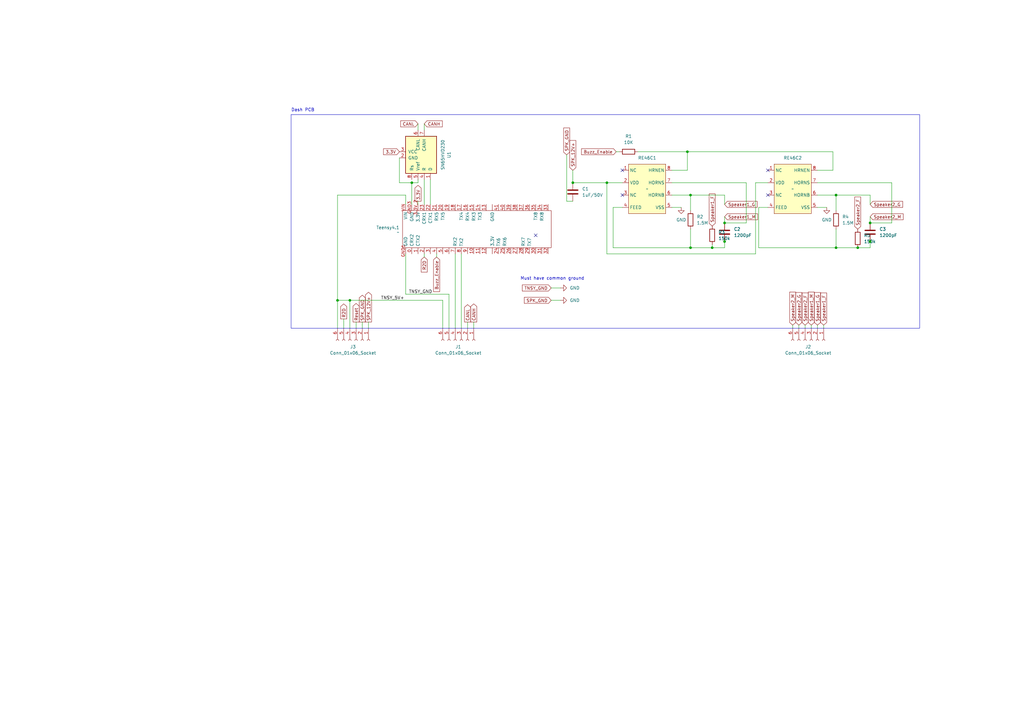
<source format=kicad_sch>
(kicad_sch (version 20231120) (generator "eeschema") (generator_version "8.0")
  (paper "A3")
  (title_block (title "SC FormulaE Electrical System"))
  (lib_symbols
    (symbol "Connector:Conn_01x06_Socket" (pin_names (offset 1.016) hide)
      (property "Reference" "J" (at 0 7.62 0))
      (property "Value" "Conn_01x06_Socket" (at 0 -10.16 0))
      (symbol "Conn_01x06_Socket_1_1"
        (arc (start 0 -7.112) (mid -0.5058 -7.62) (end 0 -8.128) (stroke (width 0.1524)))
        (arc (start 0 -4.572) (mid -0.5058 -5.08) (end 0 -5.588) (stroke (width 0.1524)))
        (arc (start 0 -2.032) (mid -0.5058 -2.54) (end 0 -3.048) (stroke (width 0.1524)))
        (polyline (pts (xy -1.27 -7.62) (xy -0.508 -7.62)) (stroke (width 0.1524)))
        (polyline (pts (xy -1.27 -5.08) (xy -0.508 -5.08)) (stroke (width 0.1524)))
        (polyline (pts (xy -1.27 -2.54) (xy -0.508 -2.54)) (stroke (width 0.1524)))
        (polyline (pts (xy -1.27 0) (xy -0.508 0)) (stroke (width 0.1524)))
        (polyline (pts (xy -1.27 2.54) (xy -0.508 2.54)) (stroke (width 0.1524)))
        (polyline (pts (xy -1.27 5.08) (xy -0.508 5.08)) (stroke (width 0.1524)))
        (arc (start 0 0.508) (mid -0.5058 0) (end 0 -0.508) (stroke (width 0.1524)))
        (arc (start 0 3.048) (mid -0.5058 2.54) (end 0 2.032) (stroke (width 0.1524)))
        (arc (start 0 5.588) (mid -0.5058 5.08) (end 0 4.572) (stroke (width 0.1524)))
        (pin passive line (at -5.08 5.08 0) (length 3.81) (name "Pin_1") (number "1"))
        (pin passive line (at -5.08 2.54 0) (length 3.81) (name "Pin_2") (number "2"))
        (pin passive line (at -5.08 0 0) (length 3.81) (name "Pin_3") (number "3"))
        (pin passive line (at -5.08 -2.54 0) (length 3.81) (name "Pin_4") (number "4"))
        (pin passive line (at -5.08 -5.08 0) (length 3.81) (name "Pin_5") (number "5"))
        (pin passive line (at -5.08 -7.62 0) (length 3.81) (name "Pin_6") (number "6"))
      )
    )
    (symbol "Device:C" (pin_numbers hide) (pin_names (offset 0.254))
      (property "Reference" "C" (at 0.635 2.54 0))
      (property "Value" "C" (at 0.635 -2.54 0))
      (symbol "C_0_1"
        (polyline (pts (xy -2.032 -0.762) (xy 2.032 -0.762)) (stroke (width 0.508)))
        (polyline (pts (xy -2.032 0.762) (xy 2.032 0.762)) (stroke (width 0.508)))
      )
      (symbol "C_1_1"
        (pin passive line (at 0 3.81 270) (length 2.794) (name "~") (number "1"))
        (pin passive line (at 0 -3.81 90) (length 2.794) (name "~") (number "2"))
      )
    )
    (symbol "Device:R" (pin_numbers hide) (pin_names (offset 0))
      (property "Reference" "R" (at 2.032 0 90))
      (property "Value" "R" (at 0 0 90))
      (symbol "R_0_1"
        (rectangle (start -1.016 -2.54) (end 1.016 2.54) (stroke (width 0.254)))
      )
      (symbol "R_1_1"
        (pin passive line (at 0 3.81 270) (length 1.27) (name "~") (number "1"))
        (pin passive line (at 0 -3.81 90) (length 1.27) (name "~") (number "2"))
      )
    )
    (symbol "FSAE:RE46C100"
      (property "Reference" "RE46C100" (at 0 0 0))
      (symbol "RE46C100_1_1"
        (rectangle (start -7.62 10.16) (end 7.62 -10.16) (fill (type background)))
        (pin input line (at -10.16 7.62 0) (length 2.54) (name "NC") (number "1"))
        (pin input line (at -10.16 2.54 0) (length 2.54) (name "VDD") (number "2"))
        (pin input line (at -10.16 -2.54 0) (length 2.54) (name "NC") (number "3"))
        (pin input line (at -10.16 -7.62 0) (length 2.54) (name "FEED") (number "4"))
        (pin input line (at 10.16 -7.62 180) (length 2.54) (name "VSS") (number "5"))
        (pin input line (at 10.16 -2.54 180) (length 2.54) (name "HORNB") (number "6"))
        (pin input line (at 10.16 2.54 180) (length 2.54) (name "HORNS") (number "7"))
        (pin input line (at 10.16 7.62 180) (length 2.54) (name "HRNEN") (number "8"))
      )
    )
    (symbol "SN65HVD230_1" (pin_names (offset 1.016))
      (property "Reference" "U" (at -2.54 10.16 0))
      (property "Value" "SN65HVD230" (at 1.27 -10.16 0))
      (symbol "SN65HVD230_1_0_1"
        (rectangle (start -7.62 5.08) (end 7.62 -7.62) (stroke (width 0.254)) (fill (type background)))
      )
      (symbol "SN65HVD230_1_1_1"
        (pin input line (at -10.16 2.54 0) (length 2.54) (name "D") (number "1"))
        (pin power_in line (at -1.27 -10.16 90) (length 2.54) (name "GND") (number "2"))
        (pin power_in line (at 1.27 -10.16 90) (length 2.54) (name "VCC") (number "3"))
        (pin output line (at -10.16 0 0) (length 2.54) (name "R") (number "4"))
        (pin output line (at -10.16 -2.54 0) (length 2.54) (name "Vref") (number "5"))
        (pin bidirectional line (at 10.16 -2.54 180) (length 2.54) (name "CANL") (number "6"))
        (pin bidirectional line (at 10.16 0 180) (length 2.54) (name "CANH") (number "7"))
        (pin input line (at -10.16 -5.08 0) (length 2.54) (name "Rs") (number "8"))
      )
    )
    (symbol "power:GND" (power) (pin_names (offset 0))
      (property "Value" "GND" (at 0 -3.81 0))
      (symbol "GND_0_1"
        (polyline (pts (xy 0 0) (xy 0 -1.27) (xy 1.27 -1.27) (xy 0 -2.54) (xy -1.27 -1.27) (xy 0 -1.27)))
      )
      (symbol "GND_1_1"
        (pin power_in line (at 0 0 270) (length 0) hide (name "GND") (number "1"))
      )
    )
    (symbol "teensy4.1_1"
      (property "Reference" "Teensy4.1" (at 8.2551 40.64 90))
      (property "Value" "~" (at 6.35 40.64 90))
      (symbol "teensy4.1_1_0_1"
        (rectangle (start 0 39.37) (end 15.24 -21.59))
      )
      (symbol "teensy4.1_1_1_1"
        (pin output line (at -2.54 2.54 0) (length 2.54) (name "3.3V") (number ""))
        (pin unspecified line (at 17.78 2.54 180) (length 2.54) (name "GND") (number ""))
        (pin bidirectional line (at -2.54 35.56 0) (length 2.54) (name "CRX2") (number "0"))
        (pin bidirectional line (at -2.54 33.02 0) (length 2.54) (name "CTX2") (number "1"))
        (pin bidirectional line (at -2.54 10.16 0) (length 2.54) (name "") (number "10"))
        (pin bidirectional line (at -2.54 7.62 0) (length 2.54) (name "") (number "11"))
        (pin bidirectional line (at -2.54 5.08 0) (length 2.54) (name "") (number "12"))
        (pin bidirectional line (at 17.78 5.08 180) (length 2.54) (name "") (number "13"))
        (pin bidirectional line (at 17.78 7.62 180) (length 2.54) (name "TX3") (number "14"))
        (pin bidirectional line (at 17.78 10.16 180) (length 2.54) (name "RX3") (number "15"))
        (pin bidirectional line (at 17.78 12.7 180) (length 2.54) (name "RX4") (number "16"))
        (pin bidirectional line (at 17.78 15.24 180) (length 2.54) (name "TX4") (number "17"))
        (pin bidirectional line (at 17.78 17.78 180) (length 2.54) (name "") (number "18"))
        (pin bidirectional line (at 17.78 20.32 180) (length 2.54) (name "") (number "19"))
        (pin bidirectional line (at -2.54 30.48 0) (length 2.54) (name "") (number "2"))
        (pin bidirectional line (at 17.78 22.86 180) (length 2.54) (name "TX5") (number "20"))
        (pin bidirectional line (at 17.78 25.4 180) (length 2.54) (name "RX5") (number "21"))
        (pin bidirectional line (at 17.78 27.94 180) (length 2.54) (name "CTX1") (number "22"))
        (pin bidirectional line (at 17.78 30.48 180) (length 2.54) (name "CRX1") (number "23"))
        (pin bidirectional line (at -2.54 0 0) (length 2.54) (name "TX6") (number "24"))
        (pin bidirectional line (at -2.54 -2.54 0) (length 2.54) (name "RX6") (number "25"))
        (pin bidirectional line (at -2.54 -5.08 0) (length 2.54) (name "") (number "26"))
        (pin bidirectional line (at -2.54 -7.62 0) (length 2.54) (name "") (number "27"))
        (pin bidirectional line (at -2.54 -10.16 0) (length 2.54) (name "RX7") (number "28"))
        (pin bidirectional line (at -2.54 -12.7 0) (length 2.54) (name "TX7") (number "29"))
        (pin bidirectional line (at -2.54 27.94 0) (length 2.54) (name "") (number "3"))
        (pin output line (at 17.78 33.02 180) (length 2.54) (name "3.3V") (number "3.3V_2"))
        (pin bidirectional line (at -2.54 -15.24 0) (length 2.54) (name "") (number "30"))
        (pin bidirectional line (at -2.54 -17.78 0) (length 2.54) (name "") (number "31"))
        (pin bidirectional line (at -2.54 -20.32 0) (length 2.54) (name "") (number "32"))
        (pin bidirectional line (at 17.78 -20.32 180) (length 2.54) (name "") (number "33"))
        (pin bidirectional line (at 17.78 -17.78 180) (length 2.54) (name "RX8") (number "34"))
        (pin bidirectional line (at 17.78 -15.24 180) (length 2.54) (name "TX8") (number "35"))
        (pin bidirectional line (at 17.78 -12.7 180) (length 2.54) (name "") (number "36"))
        (pin bidirectional line (at 17.78 -10.16 180) (length 2.54) (name "") (number "37"))
        (pin bidirectional line (at 17.78 -7.62 180) (length 2.54) (name "") (number "38"))
        (pin bidirectional line (at 17.78 -5.08 180) (length 2.54) (name "") (number "39"))
        (pin bidirectional line (at -2.54 25.4 0) (length 2.54) (name "") (number "4"))
        (pin bidirectional line (at 17.78 -2.54 180) (length 2.54) (name "") (number "40"))
        (pin bidirectional line (at 17.78 0 180) (length 2.54) (name "") (number "41"))
        (pin bidirectional line (at -2.54 22.86 0) (length 2.54) (name "") (number "5"))
        (pin bidirectional line (at -2.54 20.32 0) (length 2.54) (name "") (number "6"))
        (pin bidirectional line (at -2.54 17.78 0) (length 2.54) (name "RX2") (number "7"))
        (pin bidirectional line (at -2.54 15.24 0) (length 2.54) (name "TX2") (number "8"))
        (pin bidirectional line (at -2.54 12.7 0) (length 2.54) (name "") (number "9"))
        (pin unspecified line (at -2.54 38.1 0) (length 2.54) (name "GND") (number "GND1"))
        (pin unspecified line (at 17.78 35.56 180) (length 2.54) (name "GND") (number "GND3"))
        (pin input line (at 17.78 38.1 180) (length 2.54) (name "VIN") (number "VIN"))
      )
    )
  )
  (junction (at 138.43 123.19))
  (junction (at 283.21 101.6))
  (junction (at 283.21 80.01))
  (junction (at 248.92 74.93))
  (junction (at 297.18 99.06))
  (junction (at 297.18 91.44))
  (junction (at 234.95 74.93))
  (junction (at 342.9 80.01))
  (junction (at 168.91 74.93))
  (junction (at 281.94 62.23))
  (junction (at 292.1 101.6))
  (junction (at 356.87 99.06))
  (junction (at 351.79 101.6))
  (junction (at 342.9 101.6))
  (junction (at 356.87 91.44))
  (junction (at 143.51 123.19))
  (no_connect (at 314.96 69.85))
  (no_connect (at 314.96 80.01))
  (no_connect (at 255.27 80.01))
  (no_connect (at 219.71 96.52))
  (no_connect (at 255.27 69.85))
  (wire (pts (xy 251.46 85.09) (xy 251.46 101.6)))
  (wire (pts (xy 297.18 80.01) (xy 297.18 83.82)))
  (wire (pts (xy 184.15 120.65) (xy 184.15 134.62)))
  (wire (pts (xy 166.37 104.14) (xy 166.37 120.65)))
  (wire (pts (xy 356.87 88.9) (xy 356.87 91.44)))
  (wire (pts (xy 166.37 80.01) (xy 166.37 83.82)))
  (wire (pts (xy 297.18 88.9) (xy 297.18 91.44)))
  (wire (pts (xy 314.96 85.09) (xy 311.15 85.09)))
  (wire (pts (xy 325.12 133.35) (xy 325.12 134.62)))
  (wire (pts (xy 351.79 101.6) (xy 356.87 101.6)))
  (wire (pts (xy 163.83 74.93) (xy 168.91 74.93)))
  (wire (pts (xy 342.9 101.6) (xy 351.79 101.6)))
  (wire (pts (xy 189.23 104.14) (xy 189.23 134.62)))
  (wire (pts (xy 275.59 74.93) (xy 306.07 74.93)))
  (wire (pts (xy 283.21 80.01) (xy 283.21 86.36)))
  (wire (pts (xy 186.69 104.14) (xy 186.69 134.62)))
  (wire (pts (xy 176.53 73.66) (xy 176.53 83.82)))
  (wire (pts (xy 281.94 62.23) (xy 281.94 69.85)))
  (wire (pts (xy 297.18 99.06) (xy 297.18 101.6)))
  (wire (pts (xy 173.99 73.66) (xy 173.99 83.82)))
  (wire (pts (xy 168.91 74.93) (xy 171.45 74.93)))
  (wire (pts (xy 181.61 123.19) (xy 181.61 134.62)))
  (wire (pts (xy 143.51 123.19) (xy 181.61 123.19)))
  (wire (pts (xy 341.63 62.23) (xy 341.63 69.85)))
  (wire (pts (xy 226.06 123.19) (xy 229.87 123.19)))
  (wire (pts (xy 163.83 64.77) (xy 163.83 74.93)))
  (wire (pts (xy 194.31 132.08) (xy 194.31 134.62)))
  (wire (pts (xy 335.28 74.93) (xy 365.76 74.93)))
  (wire (pts (xy 365.76 91.44) (xy 365.76 74.93)))
  (wire (pts (xy 234.95 74.93) (xy 248.92 74.93)))
  (wire (pts (xy 283.21 93.98) (xy 283.21 101.6)))
  (wire (pts (xy 309.88 74.93) (xy 314.96 74.93)))
  (wire (pts (xy 283.21 80.01) (xy 297.18 80.01)))
  (wire (pts (xy 330.2 133.35) (xy 330.2 134.62)))
  (wire (pts (xy 140.97 130.81) (xy 140.97 134.62)))
  (wire (pts (xy 275.59 85.09) (xy 279.4 85.09)))
  (wire (pts (xy 261.62 62.23) (xy 281.94 62.23)))
  (wire (pts (xy 173.99 104.14) (xy 173.99 105.41)))
  (wire (pts (xy 356.87 80.01) (xy 356.87 83.82)))
  (wire (pts (xy 292.1 100.33) (xy 292.1 101.6)))
  (wire (pts (xy 337.82 133.35) (xy 337.82 134.62)))
  (wire (pts (xy 275.59 69.85) (xy 281.94 69.85)))
  (wire (pts (xy 251.46 101.6) (xy 283.21 101.6)))
  (wire (pts (xy 356.87 99.06) (xy 356.87 101.6)))
  (wire (pts (xy 138.43 80.01) (xy 166.37 80.01)))
  (wire (pts (xy 143.51 123.19) (xy 143.51 134.62)))
  (wire (pts (xy 311.15 101.6) (xy 342.9 101.6)))
  (wire (pts (xy 356.87 91.44) (xy 365.76 91.44)))
  (wire (pts (xy 283.21 101.6) (xy 292.1 101.6)))
  (wire (pts (xy 138.43 123.19) (xy 143.51 123.19)))
  (wire (pts (xy 171.45 82.55) (xy 171.45 83.82)))
  (wire (pts (xy 306.07 91.44) (xy 306.07 74.93)))
  (wire (pts (xy 335.28 69.85) (xy 341.63 69.85)))
  (wire (pts (xy 148.59 132.08) (xy 148.59 134.62)))
  (wire (pts (xy 342.9 93.98) (xy 342.9 101.6)))
  (wire (pts (xy 226.06 118.11) (xy 229.87 118.11)))
  (wire (pts (xy 297.18 91.44) (xy 306.07 91.44)))
  (wire (pts (xy 356.87 97.79) (xy 356.87 99.06)))
  (wire (pts (xy 171.45 50.8) (xy 171.45 53.34)))
  (wire (pts (xy 275.59 80.01) (xy 283.21 80.01)))
  (wire (pts (xy 281.94 62.23) (xy 341.63 62.23)))
  (wire (pts (xy 297.18 97.79) (xy 297.18 99.06)))
  (wire (pts (xy 254 62.23) (xy 252.73 62.23)))
  (wire (pts (xy 173.99 50.8) (xy 173.99 53.34)))
  (wire (pts (xy 335.28 85.09) (xy 339.09 85.09)))
  (wire (pts (xy 342.9 80.01) (xy 342.9 86.36)))
  (wire (pts (xy 332.74 133.35) (xy 332.74 134.62)))
  (wire (pts (xy 309.88 74.93) (xy 309.88 104.14)))
  (wire (pts (xy 168.91 74.93) (xy 168.91 83.82)))
  (wire (pts (xy 191.77 132.08) (xy 191.77 134.62)))
  (wire (pts (xy 146.05 132.08) (xy 146.05 134.62)))
  (wire (pts (xy 138.43 80.01) (xy 138.43 123.19)))
  (wire (pts (xy 171.45 74.93) (xy 171.45 73.66)))
  (wire (pts (xy 151.13 132.08) (xy 151.13 134.62)))
  (wire (pts (xy 232.41 63.5) (xy 232.41 82.55)))
  (wire (pts (xy 335.28 80.01) (xy 342.9 80.01)))
  (wire (pts (xy 234.95 82.55) (xy 232.41 82.55)))
  (wire (pts (xy 292.1 101.6) (xy 297.18 101.6)))
  (wire (pts (xy 248.92 104.14) (xy 309.88 104.14)))
  (wire (pts (xy 255.27 85.09) (xy 251.46 85.09)))
  (wire (pts (xy 179.07 104.14) (xy 179.07 105.41)))
  (wire (pts (xy 342.9 80.01) (xy 356.87 80.01)))
  (wire (pts (xy 327.66 133.35) (xy 327.66 134.62)))
  (wire (pts (xy 248.92 74.93) (xy 248.92 104.14)))
  (wire (pts (xy 234.95 69.85) (xy 234.95 74.93)))
  (wire (pts (xy 311.15 85.09) (xy 311.15 101.6)))
  (wire (pts (xy 335.28 133.35) (xy 335.28 134.62)))
  (wire (pts (xy 255.27 74.93) (xy 248.92 74.93)))
  (wire (pts (xy 138.43 123.19) (xy 138.43 134.62)))
  (wire (pts (xy 166.37 120.65) (xy 184.15 120.65)))
  (rectangle (start 119.38 46.99) (end 377.19 134.62))
  (text "Dash PCB" (at 124.206 45.212 0) (effects (font (size 1.27 1.27))))
  (text "Must have common ground" (at 226.568 114.3 0) (effects (font (size 1.27 1.27))))
  (label "TNSY_5V+" (at 156.21 123.19 0))
  (label "TNSY_GND" (at 167.64 120.65 0))
  (global_label "SPK_GND" (shape input) (at 226.06 123.19 180) (property "Intersheetrefs" "${INTERSHEET_REFS}" (effects (hide yes))))
  (global_label "3.3V" (shape output) (at 171.45 82.55 90) (property "Intersheetrefs" "${INTERSHEET_REFS}" (effects (hide yes))))
  (global_label "SPK_12V+" (shape output) (at 151.13 132.08 90) (property "Intersheetrefs" "${INTERSHEET_REFS}" (effects (hide yes))))
  (global_label "Speaker2_G" (shape input) (at 327.66 133.35 90) (property "Intersheetrefs" "${INTERSHEET_REFS}" (effects (hide yes))))
  (global_label "Speaker2_F" (shape input) (at 330.2 133.35 90) (property "Intersheetrefs" "${INTERSHEET_REFS}" (effects (hide yes))))
  (global_label "CANH" (shape output) (at 194.31 132.08 90) (property "Intersheetrefs" "${INTERSHEET_REFS}" (effects (hide yes))))
  (global_label "CANL" (shape output) (at 191.77 132.08 90) (property "Intersheetrefs" "${INTERSHEET_REFS}" (effects (hide yes))))
  (global_label "Speaker2_M" (shape input) (at 356.87 88.9 0) (property "Intersheetrefs" "${INTERSHEET_REFS}" (effects (hide yes))))
  (global_label "SPK_12V+" (shape input) (at 234.95 69.85 90) (property "Intersheetrefs" "${INTERSHEET_REFS}" (effects (hide yes))))
  (global_label "Buzz_Enable" (shape input) (at 179.07 105.41 270) (property "Intersheetrefs" "${INTERSHEET_REFS}" (effects (hide yes))))
  (global_label "3.3V" (shape input) (at 163.83 62.23 180) (property "Intersheetrefs" "${INTERSHEET_REFS}" (effects (hide yes))))
  (global_label "TNSY_GND" (shape input) (at 226.06 118.11 180) (property "Intersheetrefs" "${INTERSHEET_REFS}" (effects (hide yes))))
  (global_label "R2D" (shape output) (at 140.97 130.81 90) (property "Intersheetrefs" "${INTERSHEET_REFS}" (effects (hide yes))))
  (global_label "Speaker1_F" (shape input) (at 292.1 92.71 90) (property "Intersheetrefs" "${INTERSHEET_REFS}" (effects (hide yes))))
  (global_label "CANL" (shape input) (at 171.45 50.8 180) (property "Intersheetrefs" "${INTERSHEET_REFS}" (effects (hide yes))))
  (global_label "Speaker1_G" (shape input) (at 297.18 83.82 0) (property "Intersheetrefs" "${INTERSHEET_REFS}" (effects (hide yes))))
  (global_label "CANH" (shape input) (at 173.99 50.8 0) (property "Intersheetrefs" "${INTERSHEET_REFS}" (effects (hide yes))))
  (global_label "SPK_GND" (shape output) (at 148.59 132.08 90) (property "Intersheetrefs" "${INTERSHEET_REFS}" (effects (hide yes))))
  (global_label "Speaker2_F" (shape input) (at 351.79 93.98 90) (property "Intersheetrefs" "${INTERSHEET_REFS}" (effects (hide yes))))
  (global_label "Speaker1_F" (shape input) (at 337.82 133.35 90) (property "Intersheetrefs" "${INTERSHEET_REFS}" (effects (hide yes))))
  (global_label "Speaker1_M" (shape input) (at 332.74 133.35 90) (property "Intersheetrefs" "${INTERSHEET_REFS}" (effects (hide yes))))
  (global_label "Reset" (shape output) (at 146.05 132.08 90) (property "Intersheetrefs" "${INTERSHEET_REFS}" (effects (hide yes))))
  (global_label "Speaker1_G" (shape input) (at 335.28 133.35 90) (property "Intersheetrefs" "${INTERSHEET_REFS}" (effects (hide yes))))
  (global_label "Speaker2_G" (shape input) (at 356.87 83.82 0) (property "Intersheetrefs" "${INTERSHEET_REFS}" (effects (hide yes))))
  (global_label "Speaker1_M" (shape input) (at 297.18 88.9 0) (property "Intersheetrefs" "${INTERSHEET_REFS}" (effects (hide yes))))
  (global_label "Speaker2_M" (shape input) (at 325.12 133.35 90) (property "Intersheetrefs" "${INTERSHEET_REFS}" (effects (hide yes))))
  (global_label "SPK_GND" (shape input) (at 232.41 63.5 90) (property "Intersheetrefs" "${INTERSHEET_REFS}" (effects (hide yes))))
  (global_label "Buzz_Enable" (shape input) (at 252.73 62.23 180) (property "Intersheetrefs" "${INTERSHEET_REFS}" (effects (hide yes))))
  (global_label "R2D" (shape input) (at 173.99 105.41 270) (property "Intersheetrefs" "${INTERSHEET_REFS}" (effects (hide yes))))
  (symbol (lib_id "Device:R") (at 342.9 90.17 0) (unit 1)
    (property "Reference" "R4" (at 345.44 88.9 0) (effects (justify left)))
    (property "Value" "1.5M" (at 345.44 91.44 0) (effects (justify left)))
    (property "Footprint" "Resistor_THT:R_Axial_DIN0411_L9.9mm_D3.6mm_P12.70mm_Horizontal" (effects (hide yes)))
  )
  (symbol (lib_id "Device:R") (at 292.1 96.52 0) (unit 1)
    (property "Reference" "R3" (at 294.64 95.25 0) (effects (justify left)))
    (property "Value" "150k" (at 294.64 97.79 0) (effects (justify left)))
    (property "Footprint" "Resistor_THT:R_Axial_DIN0411_L9.9mm_D3.6mm_P12.70mm_Horizontal" (effects (hide yes)))
  )
  (symbol (lib_id "power:GND") (at 279.4 85.09 0) (unit 1)
    (property "Reference" "#PWR06" (effects (hide yes)))
    (property "Value" "GND" (at 279.4 90.17 0))
  )
  (symbol (lib_id "Device:R") (at 283.21 90.17 0) (unit 1)
    (property "Reference" "R2" (at 285.75 88.9 0) (effects (justify left)))
    (property "Value" "1.5M" (at 285.75 91.44 0) (effects (justify left)))
    (property "Footprint" "Resistor_THT:R_Axial_DIN0411_L9.9mm_D3.6mm_P12.70mm_Horizontal" (effects (hide yes)))
  )
  (symbol (lib_id "power:GND") (at 229.87 118.11 90) (unit 1)
    (property "Reference" "#PWR01" (effects (hide yes)))
    (property "Value" "GND" (at 233.68 118.1099 90) (effects (justify right)))
  )
  (symbol (lib_id "Device:R") (at 257.81 62.23 270) (unit 1)
    (property "Reference" "R1" (at 257.81 55.88 90))
    (property "Value" "10K" (at 257.81 58.42 90))
    (property "Footprint" "Resistor_THT:R_Axial_DIN0411_L9.9mm_D3.6mm_P12.70mm_Horizontal" (effects (hide yes)))
  )
  (symbol (lib_id "power:GND") (at 339.09 85.09 0) (unit 1)
    (property "Reference" "#PWR09" (effects (hide yes)))
    (property "Value" "GND" (at 339.09 90.17 0))
  )
  (symbol (lib_id "Connector:Conn_01x06_Socket") (at 332.74 139.7 270) (unit 1)
    (property "Reference" "J2" (at 331.47 142.24 90))
    (property "Value" "Conn_01x06_Socket" (at 331.47 144.78 90))
    (property "Footprint" "Connector_Molex:Molex_Micro-Fit_3.0_43045-0612_2x03_P3.00mm_Vertical" (effects (hide yes)))
    (property "Description" "Generic connector, single row, 01x06, script generated" (effects (hide yes)))
  )
  (symbol (lib_id "Device:C") (at 356.87 95.25 0) (unit 1)
    (property "Reference" "C3" (at 360.68 93.98 0) (effects (justify left)))
    (property "Value" "1200pF" (at 360.68 96.52 0) (effects (justify left)))
    (property "Footprint" "Capacitor_THT:C_Axial_L3.8mm_D2.6mm_P7.50mm_Horizontal" (effects (hide yes)))
  )
  (symbol (lib_id "Device:C") (at 234.95 78.74 0) (unit 1)
    (property "Reference" "C1" (at 238.76 77.47 0) (effects (justify left)))
    (property "Value" "1uF/50V" (at 238.76 80.01 0) (effects (justify left)))
    (property "Footprint" "Capacitor_THT:CP_Radial_Tantal_D7.0mm_P5.00mm" (effects (hide yes)))
  )
  (symbol (lib_id "Connector:Conn_01x06_Socket") (at 146.05 139.7 270) (unit 1)
    (property "Reference" "J3" (at 144.78 142.24 90))
    (property "Value" "Conn_01x06_Socket" (at 144.78 144.78 90))
    (property "Footprint" "Connector_Molex:Molex_Micro-Fit_3.0_43045-0612_2x03_P3.00mm_Vertical" (effects (hide yes)))
    (property "Description" "Generic connector, single row, 01x06, script generated" (effects (hide yes)))
  )
  (symbol (lib_id "power:GND") (at 229.87 123.19 90) (unit 1)
    (property "Reference" "#PWR02" (effects (hide yes)))
    (property "Value" "GND" (at 233.68 123.1899 90) (effects (justify right)))
  )
  (symbol (lib_id "FSAE:RE46C100") (at 325.12 77.47 0) (unit 1)
    (property "Reference" "RE46C2" (at 325.12 64.77 0))
    (property "Value" "~" (at 325.12 77.47 0))
    (property "Footprint" "Package_DIP:DIP-8_W7.62mm" (effects (hide yes)))
  )
  (symbol (lib_id "Connector:Conn_01x06_Socket") (at 189.23 139.7 270) (unit 1)
    (property "Reference" "J1" (at 187.96 142.24 90))
    (property "Value" "Conn_01x06_Socket" (at 187.96 144.78 90))
    (property "Footprint" "Connector_Molex:Molex_Micro-Fit_3.0_43045-0612_2x03_P3.00mm_Vertical" (effects (hide yes)))
    (property "Description" "Generic connector, single row, 01x06, script generated" (effects (hide yes)))
  )
  (symbol (lib_id "Device:C") (at 297.18 95.25 0) (unit 1)
    (property "Reference" "C2" (at 300.99 93.98 0) (effects (justify left)))
    (property "Value" "1200pF" (at 300.99 96.52 0) (effects (justify left)))
    (property "Footprint" "Capacitor_THT:C_Axial_L3.8mm_D2.6mm_P7.50mm_Horizontal" (effects (hide yes)))
  )
  (symbol (lib_id "FSAE:RE46C100") (at 265.43 77.47 0) (unit 1)
    (property "Reference" "RE46C1" (at 265.43 64.77 0))
    (property "Value" "~" (at 265.43 77.47 0))
    (property "Footprint" "Package_DIP:DIP-8_W7.62mm" (effects (hide yes)))
  )
  (symbol (lib_name "SN65HVD230_1") (lib_id "Interface_CAN_LIN:SN65HVD230") (at 173.99 63.5 270) (mirror x) (unit 1)
    (property "Reference" "U1" (at 184.15 63.5 0))
    (property "Value" "SN65HVD230" (at 181.61 63.5 0))
    (property "Footprint" "Package_SO:SOIC-8_3.9x4.9mm_P1.27mm" (effects (hide yes)))
    (property "Datasheet" "http://www.ti.com/lit/ds/symlink/sn65hvd230.pdf" (effects (hide yes)))
    (property "Description" "CAN Bus Transceivers, 3.3V, 1Mbps, Low-Power capabilities, SOIC-8" (effects (hide yes)))
  )
  (symbol (lib_name "teensy4.1_1") (lib_id "teensy:teensy4.1") (at 204.47 101.6 90) (unit 1)
    (property "Reference" "Teensy4.1" (at 163.83 93.3449 90) (effects (justify left)))
    (property "Value" "~" (at 163.83 95.25 90) (effects (justify left)))
    (property "Footprint" "Module:MODULE_DEV-16771" (effects (hide yes)))
  )
  (symbol (lib_id "Device:R") (at 351.79 97.79 0) (unit 1)
    (property "Reference" "R5" (at 354.33 96.52 0) (effects (justify left)))
    (property "Value" "150k" (at 354.33 99.06 0) (effects (justify left)))
    (property "Footprint" "Resistor_THT:R_Axial_DIN0411_L9.9mm_D3.6mm_P12.70mm_Horizontal" (effects (hide yes)))
  )
)
</source>
